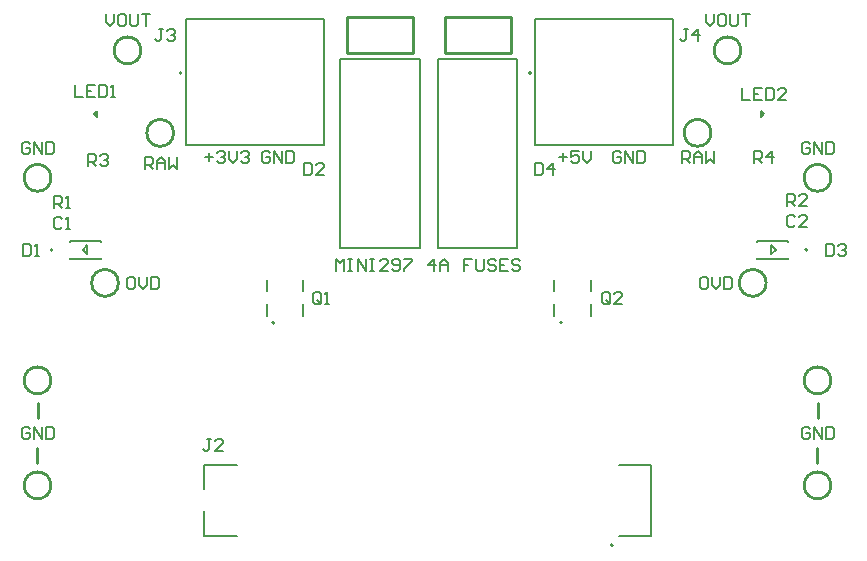
<source format=gto>
G04*
G04 #@! TF.GenerationSoftware,Altium Limited,Altium Designer,24.2.2 (26)*
G04*
G04 Layer_Color=65535*
%FSLAX44Y44*%
%MOMM*%
G71*
G04*
G04 #@! TF.SameCoordinates,D0D0D645-F3CD-4B60-A7FA-FB90DE8E9CDF*
G04*
G04*
G04 #@! TF.FilePolarity,Positive*
G04*
G01*
G75*
%ADD10C,0.2000*%
%ADD11C,0.2540*%
%ADD12C,0.1270*%
%ADD13C,0.1524*%
D10*
X157000Y-311050D02*
G03*
X157000Y-311050I-1000J0D01*
G01*
X87700Y88900D02*
G03*
X87700Y88900I-1000J0D01*
G01*
X-208150D02*
G03*
X-208150Y88900I-1000J0D01*
G01*
X113900Y-122600D02*
G03*
X113900Y-122600I-1000J0D01*
G01*
X321600Y-60960D02*
G03*
X321600Y-60960I-1000J0D01*
G01*
X-129650Y-122600D02*
G03*
X-129650Y-122600I-1000J0D01*
G01*
X-317350Y-60960D02*
G03*
X-317350Y-60960I-1000J0D01*
G01*
D11*
X-261691Y-88900D02*
G03*
X-261691Y-88900I-11359J0D01*
G01*
X286659D02*
G03*
X286659Y-88900I-11359J0D01*
G01*
X239959Y38100D02*
G03*
X239959Y38100I-11359J0D01*
G01*
X-214991D02*
G03*
X-214991Y38100I-11359J0D01*
G01*
X265359Y107950D02*
G03*
X265359Y107950I-11359J0D01*
G01*
X-242641D02*
G03*
X-242641Y107950I-11359J0D01*
G01*
X-318841Y-260350D02*
G03*
X-318841Y-260350I-11359J0D01*
G01*
X341559Y0D02*
G03*
X341559Y0I-11359J0D01*
G01*
X-318841D02*
G03*
X-318841Y0I-11359J0D01*
G01*
Y-171450D02*
G03*
X-318841Y-171450I-11359J0D01*
G01*
X341559Y-260350D02*
G03*
X341559Y-260350I-11359J0D01*
G01*
Y-171450D02*
G03*
X341559Y-171450I-11359J0D01*
G01*
X-330200Y-203200D02*
Y-190500D01*
X-330346Y-241168D02*
Y-228468D01*
X14460Y105410D02*
X32240Y105410D01*
X14460Y105410D02*
Y135890D01*
X70340D01*
Y105410D02*
Y135890D01*
X32240Y105410D02*
X70340Y105410D01*
X-68090Y105410D02*
X-50310Y105410D01*
X-68090Y105410D02*
Y135890D01*
X-12210D01*
Y105410D02*
Y135890D01*
X-50310Y105410D02*
X-12210Y105410D01*
X330200Y-203200D02*
Y-190500D01*
X330054Y-241168D02*
Y-228468D01*
D12*
X290830Y-64770D02*
Y-57150D01*
X294640Y-60960D01*
X290830Y-64770D02*
X294640Y-60960D01*
X-292100D02*
X-288290Y-64770D01*
X-292100Y-60960D02*
X-288290Y-57150D01*
Y-64770D02*
Y-57150D01*
X76050Y-59750D02*
Y100250D01*
X8750Y-59750D02*
X76050D01*
X8750D02*
Y100250D01*
X76050D01*
X-189000Y-303050D02*
Y-282400D01*
Y-263700D02*
Y-243050D01*
X-161700D01*
X189000Y-303050D02*
Y-243050D01*
X161700D02*
X189000D01*
X-189000Y-303050D02*
X-161700D01*
X161700D02*
X189000D01*
X-73800Y100250D02*
X-6500D01*
X-73800Y-59750D02*
Y100250D01*
Y-59750D02*
X-6500D01*
Y100250D01*
X91150Y27940D02*
Y134620D01*
X207990D01*
Y27940D02*
Y134620D01*
X91150Y27940D02*
X207990D01*
X-204700D02*
Y134620D01*
X-87860D01*
Y27940D02*
Y134620D01*
X-204700Y27940D02*
X-87860D01*
X107400Y-117100D02*
Y-107100D01*
Y-96100D02*
Y-86100D01*
X138400Y-117100D02*
Y-107100D01*
Y-96100D02*
Y-86100D01*
X278850Y-68710D02*
X305350D01*
X278850Y-53210D02*
X305350D01*
Y-68710D02*
X305350Y-67750D01*
X305350Y-53210D02*
X305350Y-54170D01*
X278850Y-68710D02*
Y-67750D01*
Y-54170D02*
Y-53210D01*
X-136150Y-107100D02*
X-136150Y-117100D01*
Y-96100D02*
Y-86100D01*
X-105150Y-107100D02*
X-105150Y-117100D01*
Y-96100D02*
Y-86100D01*
X-303100Y-53210D02*
X-276600D01*
X-303100Y-68710D02*
X-276600D01*
X-303100Y-54170D02*
Y-53210D01*
Y-68710D02*
Y-67750D01*
X-276600Y-54170D02*
Y-53210D01*
Y-68710D02*
Y-67750D01*
X-282300Y53975D02*
X-279800Y56475D01*
Y51475D02*
Y56475D01*
X-282300Y53975D02*
X-279800Y51475D01*
X282300Y51475D02*
X284800Y53975D01*
X282300Y51475D02*
Y56475D01*
X284800Y53975D01*
D13*
X235379Y138428D02*
Y131657D01*
X238765Y128272D01*
X242150Y131657D01*
Y138428D01*
X250614D02*
X247229D01*
X245536Y136736D01*
Y129964D01*
X247229Y128272D01*
X250614D01*
X252307Y129964D01*
Y136736D01*
X250614Y138428D01*
X255693D02*
Y129964D01*
X257386Y128272D01*
X260771D01*
X262464Y129964D01*
Y138428D01*
X265849D02*
X272621D01*
X269235D01*
Y128272D01*
X-272621Y138428D02*
Y131657D01*
X-269235Y128272D01*
X-265849Y131657D01*
Y138428D01*
X-257386D02*
X-260771D01*
X-262464Y136736D01*
Y129964D01*
X-260771Y128272D01*
X-257386D01*
X-255693Y129964D01*
Y136736D01*
X-257386Y138428D01*
X-252307D02*
Y129964D01*
X-250614Y128272D01*
X-247229D01*
X-245536Y129964D01*
Y138428D01*
X-242150D02*
X-235379D01*
X-238765D01*
Y128272D01*
X323429Y28786D02*
X321736Y30478D01*
X318351D01*
X316658Y28786D01*
Y22014D01*
X318351Y20322D01*
X321736D01*
X323429Y22014D01*
Y25400D01*
X320043D01*
X326814Y20322D02*
Y30478D01*
X333586Y20322D01*
Y30478D01*
X336971D02*
Y20322D01*
X342049D01*
X343742Y22014D01*
Y28786D01*
X342049Y30478D01*
X336971D01*
X-336971Y28786D02*
X-338664Y30478D01*
X-342049D01*
X-343742Y28786D01*
Y22014D01*
X-342049Y20322D01*
X-338664D01*
X-336971Y22014D01*
Y25400D01*
X-340357D01*
X-333586Y20322D02*
Y30478D01*
X-326814Y20322D01*
Y30478D01*
X-323429D02*
Y20322D01*
X-318351D01*
X-316658Y22014D01*
Y28786D01*
X-318351Y30478D01*
X-323429D01*
X163409Y21166D02*
X161716Y22858D01*
X158330D01*
X156638Y21166D01*
Y14394D01*
X158330Y12702D01*
X161716D01*
X163409Y14394D01*
Y17780D01*
X160023D01*
X166794Y12702D02*
Y22858D01*
X173566Y12702D01*
Y22858D01*
X176951D02*
Y12702D01*
X182029D01*
X183722Y14394D01*
Y21166D01*
X182029Y22858D01*
X176951D01*
X-188801Y17780D02*
X-182029D01*
X-185415Y21166D02*
Y14394D01*
X-178644Y21166D02*
X-176951Y22858D01*
X-173566D01*
X-171873Y21166D01*
Y19473D01*
X-173566Y17780D01*
X-175258D01*
X-173566D01*
X-171873Y16087D01*
Y14394D01*
X-173566Y12702D01*
X-176951D01*
X-178644Y14394D01*
X-168487Y22858D02*
Y16087D01*
X-165102Y12702D01*
X-161716Y16087D01*
Y22858D01*
X-158330Y21166D02*
X-156638Y22858D01*
X-153252D01*
X-151559Y21166D01*
Y19473D01*
X-153252Y17780D01*
X-154945D01*
X-153252D01*
X-151559Y16087D01*
Y14394D01*
X-153252Y12702D01*
X-156638D01*
X-158330Y14394D01*
X-133771Y21166D02*
X-135464Y22858D01*
X-138849D01*
X-140542Y21166D01*
Y14394D01*
X-138849Y12702D01*
X-135464D01*
X-133771Y14394D01*
Y17780D01*
X-137157D01*
X-130386Y12702D02*
Y22858D01*
X-123614Y12702D01*
Y22858D01*
X-120229D02*
Y12702D01*
X-115150D01*
X-113458Y14394D01*
Y21166D01*
X-115150Y22858D01*
X-120229D01*
X-336971Y-212514D02*
X-338664Y-210822D01*
X-342049D01*
X-343742Y-212514D01*
Y-219286D01*
X-342049Y-220978D01*
X-338664D01*
X-336971Y-219286D01*
Y-215900D01*
X-340357D01*
X-333586Y-220978D02*
Y-210822D01*
X-326814Y-220978D01*
Y-210822D01*
X-323429D02*
Y-220978D01*
X-318351D01*
X-316658Y-219286D01*
Y-212514D01*
X-318351Y-210822D01*
X-323429D01*
X-77868Y-78738D02*
Y-68582D01*
X-74483Y-71967D01*
X-71097Y-68582D01*
Y-78738D01*
X-67712Y-68582D02*
X-64326D01*
X-66019D01*
Y-78738D01*
X-67712D01*
X-64326D01*
X-59247D02*
Y-68582D01*
X-52476Y-78738D01*
Y-68582D01*
X-49091D02*
X-45705D01*
X-47398D01*
Y-78738D01*
X-49091D01*
X-45705D01*
X-33856D02*
X-40627D01*
X-33856Y-71967D01*
Y-70274D01*
X-35549Y-68582D01*
X-38934D01*
X-40627Y-70274D01*
X-30470Y-77046D02*
X-28777Y-78738D01*
X-25392D01*
X-23699Y-77046D01*
Y-70274D01*
X-25392Y-68582D01*
X-28777D01*
X-30470Y-70274D01*
Y-71967D01*
X-28777Y-73660D01*
X-23699D01*
X-20313Y-68582D02*
X-13542D01*
Y-70274D01*
X-20313Y-77046D01*
Y-78738D01*
X5078D02*
Y-68582D01*
X0Y-73660D01*
X6771D01*
X10157Y-78738D02*
Y-71967D01*
X13542Y-68582D01*
X16928Y-71967D01*
Y-78738D01*
Y-73660D01*
X10157D01*
X37241Y-68582D02*
X30470D01*
Y-73660D01*
X33856D01*
X30470D01*
Y-78738D01*
X40627Y-68582D02*
Y-77046D01*
X42320Y-78738D01*
X45705D01*
X47398Y-77046D01*
Y-68582D01*
X57555Y-70274D02*
X55862Y-68582D01*
X52476D01*
X50784Y-70274D01*
Y-71967D01*
X52476Y-73660D01*
X55862D01*
X57555Y-75353D01*
Y-77046D01*
X55862Y-78738D01*
X52476D01*
X50784Y-77046D01*
X67712Y-68582D02*
X60940D01*
Y-78738D01*
X67712D01*
X60940Y-73660D02*
X64326D01*
X77868Y-70274D02*
X76175Y-68582D01*
X72790D01*
X71097Y-70274D01*
Y-71967D01*
X72790Y-73660D01*
X76175D01*
X77868Y-75353D01*
Y-77046D01*
X76175Y-78738D01*
X72790D01*
X71097Y-77046D01*
X-239602Y7622D02*
Y17778D01*
X-234524D01*
X-232831Y16086D01*
Y12700D01*
X-234524Y11007D01*
X-239602D01*
X-236217D02*
X-232831Y7622D01*
X-229446D02*
Y14393D01*
X-226060Y17778D01*
X-222674Y14393D01*
Y7622D01*
Y12700D01*
X-229446D01*
X-219289Y17778D02*
Y7622D01*
X-215903Y11007D01*
X-212518Y7622D01*
Y17778D01*
X215058Y12702D02*
Y22858D01*
X220136D01*
X221829Y21166D01*
Y17780D01*
X220136Y16087D01*
X215058D01*
X218443D02*
X221829Y12702D01*
X225214D02*
Y19473D01*
X228600Y22858D01*
X231986Y19473D01*
Y12702D01*
Y17780D01*
X225214D01*
X235371Y22858D02*
Y12702D01*
X238757Y16087D01*
X242142Y12702D01*
Y22858D01*
X-249764Y-83822D02*
X-253150D01*
X-254842Y-85514D01*
Y-92286D01*
X-253150Y-93978D01*
X-249764D01*
X-248071Y-92286D01*
Y-85514D01*
X-249764Y-83822D01*
X-244686D02*
Y-90593D01*
X-241300Y-93978D01*
X-237914Y-90593D01*
Y-83822D01*
X-234529D02*
Y-93978D01*
X-229450D01*
X-227758Y-92286D01*
Y-85514D01*
X-229450Y-83822D01*
X-234529D01*
X235376D02*
X231991D01*
X230298Y-85514D01*
Y-92286D01*
X231991Y-93978D01*
X235376D01*
X237069Y-92286D01*
Y-85514D01*
X235376Y-83822D01*
X240454D02*
Y-90593D01*
X243840Y-93978D01*
X247226Y-90593D01*
Y-83822D01*
X250611D02*
Y-93978D01*
X255690D01*
X257382Y-92286D01*
Y-85514D01*
X255690Y-83822D01*
X250611D01*
X110918Y17780D02*
X117689D01*
X114303Y21166D02*
Y14394D01*
X127846Y22858D02*
X121074D01*
Y17780D01*
X124460Y19473D01*
X126153D01*
X127846Y17780D01*
Y14394D01*
X126153Y12702D01*
X122767D01*
X121074Y14394D01*
X131231Y22858D02*
Y16087D01*
X134617Y12702D01*
X138002Y16087D01*
Y22858D01*
X323429Y-212514D02*
X321736Y-210822D01*
X318351D01*
X316658Y-212514D01*
Y-219286D01*
X318351Y-220978D01*
X321736D01*
X323429Y-219286D01*
Y-215900D01*
X320043D01*
X326814Y-220978D02*
Y-210822D01*
X333586Y-220978D01*
Y-210822D01*
X336971D02*
Y-220978D01*
X342049D01*
X343742Y-219286D01*
Y-212514D01*
X342049Y-210822D01*
X336971D01*
X-183475Y-221491D02*
X-186860D01*
X-185168D01*
Y-229955D01*
X-186860Y-231648D01*
X-188553D01*
X-190246Y-229955D01*
X-173318Y-231648D02*
X-180089D01*
X-173318Y-224877D01*
Y-223184D01*
X-175011Y-221491D01*
X-178396D01*
X-180089Y-223184D01*
X276016Y12702D02*
Y22858D01*
X281094D01*
X282787Y21166D01*
Y17780D01*
X281094Y16087D01*
X276016D01*
X279402D02*
X282787Y12702D01*
X291251D02*
Y22858D01*
X286173Y17780D01*
X292944D01*
X-287864Y10162D02*
Y20318D01*
X-282786D01*
X-281093Y18626D01*
Y15240D01*
X-282786Y13547D01*
X-287864D01*
X-284478D02*
X-281093Y10162D01*
X-277707Y18626D02*
X-276014Y20318D01*
X-272629D01*
X-270936Y18626D01*
Y16933D01*
X-272629Y15240D01*
X-274322D01*
X-272629D01*
X-270936Y13547D01*
Y11854D01*
X-272629Y10162D01*
X-276014D01*
X-277707Y11854D01*
X303956Y-24128D02*
Y-13972D01*
X309034D01*
X310727Y-15664D01*
Y-19050D01*
X309034Y-20743D01*
X303956D01*
X307342D02*
X310727Y-24128D01*
X320884D02*
X314113D01*
X320884Y-17357D01*
Y-15664D01*
X319191Y-13972D01*
X315806D01*
X314113Y-15664D01*
X-316651Y-25398D02*
Y-15242D01*
X-311573D01*
X-309880Y-16934D01*
Y-20320D01*
X-311573Y-22013D01*
X-316651D01*
X-313266D02*
X-309880Y-25398D01*
X-306494D02*
X-303109D01*
X-304802D01*
Y-15242D01*
X-306494Y-16934D01*
X154227Y-105196D02*
Y-98424D01*
X152534Y-96732D01*
X149149D01*
X147456Y-98424D01*
Y-105196D01*
X149149Y-106888D01*
X152534D01*
X150842Y-103503D02*
X154227Y-106888D01*
X152534D02*
X154227Y-105196D01*
X164384Y-106888D02*
X157613D01*
X164384Y-100117D01*
Y-98424D01*
X162691Y-96732D01*
X159305D01*
X157613Y-98424D01*
X-90170Y-105196D02*
Y-98424D01*
X-91863Y-96732D01*
X-95248D01*
X-96941Y-98424D01*
Y-105196D01*
X-95248Y-106888D01*
X-91863D01*
X-93556Y-103503D02*
X-90170Y-106888D01*
X-91863D02*
X-90170Y-105196D01*
X-86784Y-106888D02*
X-83399D01*
X-85092D01*
Y-96732D01*
X-86784Y-98424D01*
X265859Y76198D02*
Y66042D01*
X272631D01*
X282787Y76198D02*
X276016D01*
Y66042D01*
X282787D01*
X276016Y71120D02*
X279402D01*
X286173Y76198D02*
Y66042D01*
X291251D01*
X292944Y67734D01*
Y74506D01*
X291251Y76198D01*
X286173D01*
X303101Y66042D02*
X296329D01*
X303101Y72813D01*
Y74506D01*
X301408Y76198D01*
X298022D01*
X296329Y74506D01*
X-298868Y78738D02*
Y68582D01*
X-292097D01*
X-281940Y78738D02*
X-288711D01*
Y68582D01*
X-281940D01*
X-288711Y73660D02*
X-285326D01*
X-278554Y78738D02*
Y68582D01*
X-273476D01*
X-271783Y70274D01*
Y77046D01*
X-273476Y78738D01*
X-278554D01*
X-268398Y68582D02*
X-265012D01*
X-266705D01*
Y78738D01*
X-268398Y77046D01*
X220557Y125728D02*
X217172D01*
X218864D01*
Y117264D01*
X217172Y115572D01*
X215479D01*
X213786Y117264D01*
X229021Y115572D02*
Y125728D01*
X223943Y120650D01*
X230714D01*
X90596Y12698D02*
Y2542D01*
X95674D01*
X97367Y4234D01*
Y11006D01*
X95674Y12698D01*
X90596D01*
X105831Y2542D02*
Y12698D01*
X100753Y7620D01*
X107524D01*
X336976Y-55882D02*
Y-66038D01*
X342054D01*
X343747Y-64346D01*
Y-57574D01*
X342054Y-55882D01*
X336976D01*
X347133Y-57574D02*
X348826Y-55882D01*
X352211D01*
X353904Y-57574D01*
Y-59267D01*
X352211Y-60960D01*
X350518D01*
X352211D01*
X353904Y-62653D01*
Y-64346D01*
X352211Y-66038D01*
X348826D01*
X347133Y-64346D01*
X-104984Y12698D02*
Y2542D01*
X-99906D01*
X-98213Y4234D01*
Y11006D01*
X-99906Y12698D01*
X-104984D01*
X-88056Y2542D02*
X-94827D01*
X-88056Y9313D01*
Y11006D01*
X-89749Y12698D01*
X-93134D01*
X-94827Y11006D01*
X-342341Y-55882D02*
Y-66038D01*
X-337263D01*
X-335570Y-64346D01*
Y-57574D01*
X-337263Y-55882D01*
X-342341D01*
X-332184Y-66038D02*
X-328799D01*
X-330492D01*
Y-55882D01*
X-332184Y-57574D01*
X310727Y-33444D02*
X309034Y-31752D01*
X305649D01*
X303956Y-33444D01*
Y-40216D01*
X305649Y-41908D01*
X309034D01*
X310727Y-40216D01*
X320884Y-41908D02*
X314113D01*
X320884Y-35137D01*
Y-33444D01*
X319191Y-31752D01*
X315806D01*
X314113Y-33444D01*
X-309880Y-34714D02*
X-311573Y-33022D01*
X-314958D01*
X-316651Y-34714D01*
Y-41486D01*
X-314958Y-43178D01*
X-311573D01*
X-309880Y-41486D01*
X-306494Y-43178D02*
X-303109D01*
X-304802D01*
Y-33022D01*
X-306494Y-34714D01*
X-223943Y125728D02*
X-227328D01*
X-225636D01*
Y117264D01*
X-227328Y115572D01*
X-229021D01*
X-230714Y117264D01*
X-220557Y124036D02*
X-218864Y125728D01*
X-215479D01*
X-213786Y124036D01*
Y122343D01*
X-215479Y120650D01*
X-217172D01*
X-215479D01*
X-213786Y118957D01*
Y117264D01*
X-215479Y115572D01*
X-218864D01*
X-220557Y117264D01*
M02*

</source>
